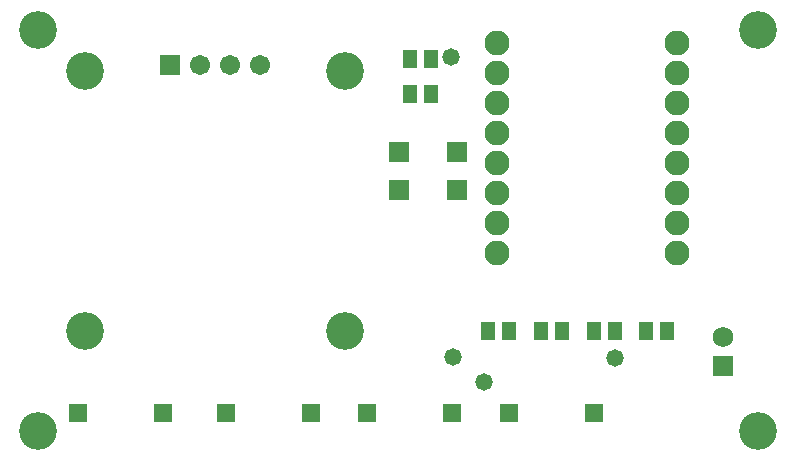
<source format=gts>
G04*
G04 #@! TF.GenerationSoftware,Altium Limited,Altium Designer,24.7.2 (38)*
G04*
G04 Layer_Color=8388736*
%FSAX44Y44*%
%MOMM*%
G71*
G04*
G04 #@! TF.SameCoordinates,24FF2C46-A417-480C-89B1-4EDC075265FB*
G04*
G04*
G04 #@! TF.FilePolarity,Negative*
G04*
G01*
G75*
%ADD18R,1.7032X1.7032*%
%ADD19R,1.3032X1.6032*%
%ADD20R,1.6032X1.6032*%
%ADD21C,3.2032*%
%ADD22R,1.7112X1.7112*%
%ADD23C,1.7112*%
%ADD24R,1.7272X1.7272*%
%ADD25C,1.7272*%
%ADD26C,2.1082*%
%ADD27C,1.4732*%
D18*
X00374500Y00256000D02*
D03*
Y00224000D02*
D03*
X00325500D02*
D03*
Y00256000D02*
D03*
D19*
X00353000Y00335000D02*
D03*
X00335000D02*
D03*
Y00305000D02*
D03*
X00353000D02*
D03*
X00401000Y00105000D02*
D03*
X00419000D02*
D03*
X00446000D02*
D03*
X00464000D02*
D03*
X00491000D02*
D03*
X00509000D02*
D03*
X00535000D02*
D03*
X00553000D02*
D03*
D20*
X00419000Y00035000D02*
D03*
X00491000D02*
D03*
X00054000D02*
D03*
X00126000D02*
D03*
X00299000D02*
D03*
X00371000D02*
D03*
X00179000D02*
D03*
X00251000D02*
D03*
D21*
X00630000Y00360000D02*
D03*
Y00020000D02*
D03*
X00020000D02*
D03*
Y00360000D02*
D03*
X00060000Y00325000D02*
D03*
X00280000D02*
D03*
Y00105000D02*
D03*
X00060000D02*
D03*
D22*
X00131900Y00330000D02*
D03*
D23*
X00157300D02*
D03*
X00182700D02*
D03*
X00208100D02*
D03*
D24*
X00600000Y00075000D02*
D03*
D25*
Y00100000D02*
D03*
D26*
X00561200Y00349000D02*
D03*
Y00323600D02*
D03*
Y00298200D02*
D03*
Y00272800D02*
D03*
Y00247400D02*
D03*
Y00222000D02*
D03*
Y00196600D02*
D03*
Y00171200D02*
D03*
X00408800D02*
D03*
Y00196600D02*
D03*
Y00222000D02*
D03*
Y00247400D02*
D03*
Y00272800D02*
D03*
Y00298200D02*
D03*
Y00323600D02*
D03*
Y00349000D02*
D03*
D27*
X00371358Y00082958D02*
D03*
X00397976Y00061976D02*
D03*
X00509000Y00081788D02*
D03*
X00369570Y00336550D02*
D03*
M02*

</source>
